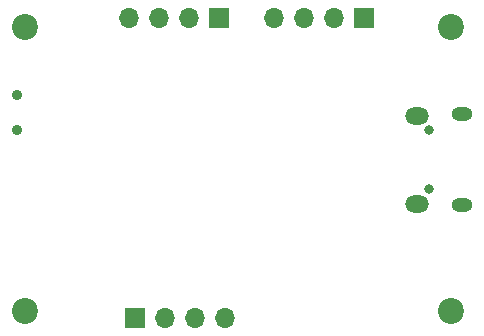
<source format=gbr>
%TF.GenerationSoftware,KiCad,Pcbnew,7.0.5-1.fc38*%
%TF.CreationDate,2023-06-26T00:30:19+03:00*%
%TF.ProjectId,stm32,73746d33-322e-46b6-9963-61645f706362,1.0*%
%TF.SameCoordinates,Original*%
%TF.FileFunction,Soldermask,Bot*%
%TF.FilePolarity,Negative*%
%FSLAX46Y46*%
G04 Gerber Fmt 4.6, Leading zero omitted, Abs format (unit mm)*
G04 Created by KiCad (PCBNEW 7.0.5-1.fc38) date 2023-06-26 00:30:19*
%MOMM*%
%LPD*%
G01*
G04 APERTURE LIST*
%ADD10C,0.900000*%
%ADD11C,2.200000*%
%ADD12R,1.700000X1.700000*%
%ADD13O,1.700000X1.700000*%
%ADD14O,0.800000X0.800000*%
%ADD15O,2.000000X1.450000*%
%ADD16O,1.800000X1.150000*%
G04 APERTURE END LIST*
D10*
%TO.C,SW1*%
X109870000Y-54900000D03*
X109870000Y-51900000D03*
%TD*%
D11*
%TO.C,H4*%
X146600000Y-46200000D03*
%TD*%
%TO.C,H3*%
X110600000Y-46200000D03*
%TD*%
%TO.C,H2*%
X146600000Y-70200000D03*
%TD*%
%TO.C,H1*%
X110600000Y-70200000D03*
%TD*%
D12*
%TO.C,J4*%
X119860000Y-70800000D03*
D13*
X122400000Y-70800000D03*
X124940000Y-70800000D03*
X127480000Y-70800000D03*
%TD*%
D12*
%TO.C,J3*%
X127000000Y-45400000D03*
D13*
X124460000Y-45400000D03*
X121920000Y-45400000D03*
X119380000Y-45400000D03*
%TD*%
D12*
%TO.C,J2*%
X139280000Y-45400000D03*
D13*
X136740000Y-45400000D03*
X134200000Y-45400000D03*
X131660000Y-45400000D03*
%TD*%
D14*
%TO.C,J1*%
X144800000Y-59900000D03*
X144800000Y-54900000D03*
D15*
X143750000Y-61125000D03*
X143750000Y-53675000D03*
D16*
X147550000Y-61275000D03*
X147550000Y-53525000D03*
%TD*%
M02*

</source>
